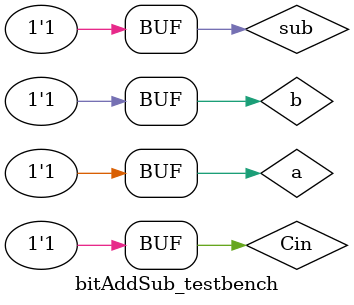
<source format=sv>

`timescale 1ps/1ps

module bitAddSub(a, b, out, Cin, Cout, sub);
    input logic a, b, Cin, sub;
    output logic out, Cout;
    logic notB, muxOut, xor1, and1, and2;

    parameter delay = 50;

    not #delay n1 (notB, b);
    xor #delay x1 (xor1, a, muxOut);
    xor #delay x2 (out, xor1, Cin);
    and #delay a1 (and1, Cin, xor1);
    and #delay a2 (and2, a, muxOut);
    or #delay o1 (Cout, and1, and2);
    mux2_1 mux (.out(muxOut), .in({notB, b}), .sel(sub));
endmodule

// Testbench for module.
module bitAddSub_testbench();
    logic a, b, out, Cin, Cout, sub;

    bitAddSub dut (.a, .b, .out, .Cin, .Cout, .sub);
    
    initial begin
        a=0; b=0; Cin=0; sub=0; #1000;
        a=0; b=0; Cin=1; sub=0; #1000;
        a=0; b=1; Cin=0; sub=0; #1000;
        a=0; b=1; Cin=1; sub=0; #1000;
        a=1; b=0; Cin=0; sub=0; #1000;
        a=1; b=0; Cin=1; sub=0; #1000;
        a=1; b=1; Cin=0; sub=0; #1000;
        a=1; b=1; Cin=1; sub=0; #1000;
        a=0; b=0; Cin=0; sub=1; #1000;
        a=0; b=0; Cin=1; sub=1; #1000;
        a=0; b=1; Cin=0; sub=1; #1000;
        a=0; b=1; Cin=1; sub=1; #1000;
        a=1; b=0; Cin=0; sub=1; #1000;
        a=1; b=0; Cin=1; sub=1; #1000;
        a=1; b=1; Cin=0; sub=1; #1000;
        a=1; b=1; Cin=1; sub=1; #1000;
        #1000;
    end
endmodule
</source>
